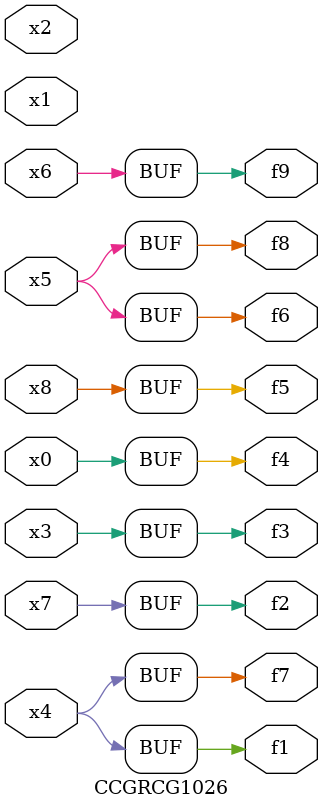
<source format=v>
module CCGRCG1026(
	input x0, x1, x2, x3, x4, x5, x6, x7, x8,
	output f1, f2, f3, f4, f5, f6, f7, f8, f9
);
	assign f1 = x4;
	assign f2 = x7;
	assign f3 = x3;
	assign f4 = x0;
	assign f5 = x8;
	assign f6 = x5;
	assign f7 = x4;
	assign f8 = x5;
	assign f9 = x6;
endmodule

</source>
